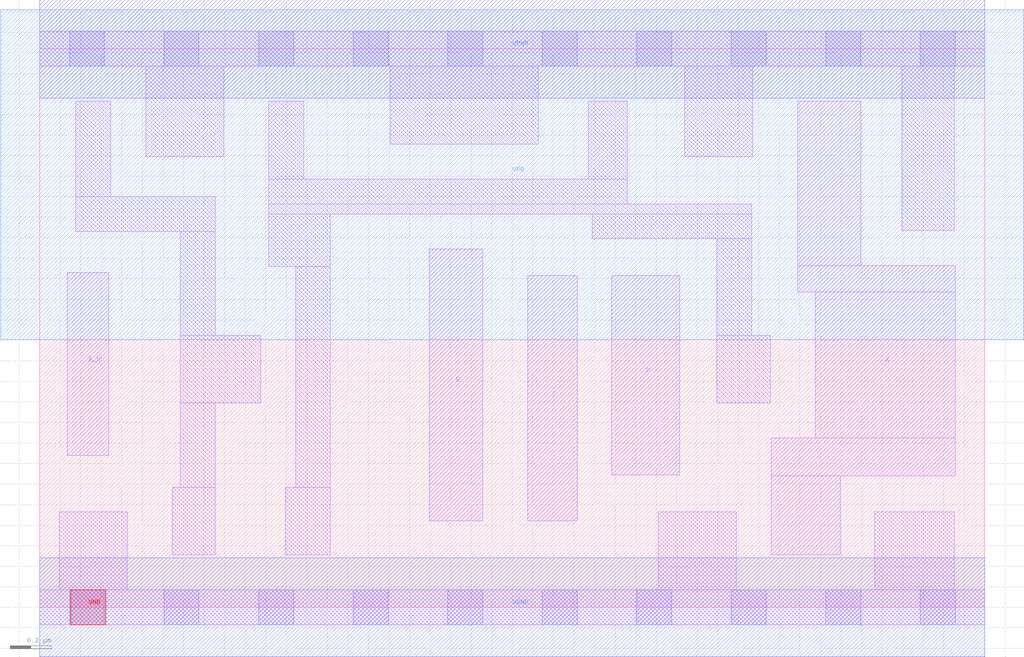
<source format=lef>
# Copyright 2020 The SkyWater PDK Authors
#
# Licensed under the Apache License, Version 2.0 (the "License");
# you may not use this file except in compliance with the License.
# You may obtain a copy of the License at
#
#     https://www.apache.org/licenses/LICENSE-2.0
#
# Unless required by applicable law or agreed to in writing, software
# distributed under the License is distributed on an "AS IS" BASIS,
# WITHOUT WARRANTIES OR CONDITIONS OF ANY KIND, either express or implied.
# See the License for the specific language governing permissions and
# limitations under the License.
#
# SPDX-License-Identifier: Apache-2.0

VERSION 5.7 ;
  NOWIREEXTENSIONATPIN ON ;
  DIVIDERCHAR "/" ;
  BUSBITCHARS "[]" ;
PROPERTYDEFINITIONS
  MACRO maskLayoutSubType STRING ;
  MACRO prCellType STRING ;
  MACRO originalViewName STRING ;
END PROPERTYDEFINITIONS
MACRO sky130_fd_sc_hdll__and4b_2
  CLASS CORE ;
  FOREIGN sky130_fd_sc_hdll__and4b_2 ;
  ORIGIN  0.000000  0.000000 ;
  SIZE  4.600000 BY  2.720000 ;
  SYMMETRY X Y R90 ;
  SITE unithd ;
  PIN A_N
    ANTENNAGATEAREA  0.138600 ;
    DIRECTION INPUT ;
    USE SIGNAL ;
    PORT
      LAYER li1 ;
        RECT 0.135000 0.740000 0.335000 1.630000 ;
    END
  END A_N
  PIN B
    ANTENNAGATEAREA  0.138600 ;
    DIRECTION INPUT ;
    USE SIGNAL ;
    PORT
      LAYER li1 ;
        RECT 1.895000 0.420000 2.155000 1.745000 ;
    END
  END B
  PIN C
    ANTENNAGATEAREA  0.138600 ;
    DIRECTION INPUT ;
    USE SIGNAL ;
    PORT
      LAYER li1 ;
        RECT 2.375000 0.420000 2.615000 1.615000 ;
    END
  END C
  PIN D
    ANTENNAGATEAREA  0.138600 ;
    DIRECTION INPUT ;
    USE SIGNAL ;
    PORT
      LAYER li1 ;
        RECT 2.785000 0.645000 3.115000 1.615000 ;
    END
  END D
  PIN VGND
    ANTENNADIFFAREA  0.539650 ;
    DIRECTION INOUT ;
    USE SIGNAL ;
    PORT
      LAYER met1 ;
        RECT 0.000000 -0.240000 4.600000 0.240000 ;
    END
  END VGND
  PIN VNB
    PORT
      LAYER pwell ;
        RECT 0.150000 -0.085000 0.320000 0.085000 ;
    END
  END VNB
  PIN VPB
    PORT
      LAYER nwell ;
        RECT -0.190000 1.305000 4.790000 2.910000 ;
    END
  END VPB
  PIN VPWR
    ANTENNADIFFAREA  0.856300 ;
    DIRECTION INOUT ;
    USE SIGNAL ;
    PORT
      LAYER met1 ;
        RECT 0.000000 2.480000 4.600000 2.960000 ;
    END
  END VPWR
  PIN X
    ANTENNADIFFAREA  0.555750 ;
    DIRECTION OUTPUT ;
    USE SIGNAL ;
    PORT
      LAYER li1 ;
        RECT 3.560000 0.255000 3.895000 0.640000 ;
        RECT 3.560000 0.640000 4.455000 0.825000 ;
        RECT 3.690000 1.535000 4.455000 1.665000 ;
        RECT 3.690000 1.665000 3.995000 2.465000 ;
        RECT 3.775000 0.825000 4.455000 1.535000 ;
    END
  END X
  OBS
    LAYER li1 ;
      RECT 0.000000 -0.085000 4.600000 0.085000 ;
      RECT 0.000000  2.635000 4.600000 2.805000 ;
      RECT 0.095000  0.085000 0.425000 0.465000 ;
      RECT 0.175000  1.830000 0.855000 2.000000 ;
      RECT 0.175000  2.000000 0.345000 2.465000 ;
      RECT 0.515000  2.195000 0.895000 2.635000 ;
      RECT 0.645000  0.255000 0.855000 0.585000 ;
      RECT 0.685000  0.585000 0.855000 0.995000 ;
      RECT 0.685000  0.995000 1.075000 1.325000 ;
      RECT 0.685000  1.325000 0.855000 1.830000 ;
      RECT 1.115000  1.660000 1.415000 1.915000 ;
      RECT 1.115000  1.915000 3.465000 1.965000 ;
      RECT 1.115000  1.965000 2.860000 2.085000 ;
      RECT 1.115000  2.085000 1.285000 2.465000 ;
      RECT 1.195000  0.255000 1.415000 0.585000 ;
      RECT 1.245000  0.585000 1.415000 1.660000 ;
      RECT 1.705000  2.255000 2.425000 2.635000 ;
      RECT 2.670000  2.085000 2.860000 2.465000 ;
      RECT 2.690000  1.795000 3.465000 1.915000 ;
      RECT 3.010000  0.085000 3.390000 0.465000 ;
      RECT 3.140000  2.195000 3.470000 2.635000 ;
      RECT 3.295000  0.995000 3.555000 1.325000 ;
      RECT 3.295000  1.325000 3.465000 1.795000 ;
      RECT 4.065000  0.085000 4.450000 0.465000 ;
      RECT 4.195000  1.835000 4.450000 2.635000 ;
    LAYER mcon ;
      RECT 0.145000 -0.085000 0.315000 0.085000 ;
      RECT 0.145000  2.635000 0.315000 2.805000 ;
      RECT 0.605000 -0.085000 0.775000 0.085000 ;
      RECT 0.605000  2.635000 0.775000 2.805000 ;
      RECT 1.065000 -0.085000 1.235000 0.085000 ;
      RECT 1.065000  2.635000 1.235000 2.805000 ;
      RECT 1.525000 -0.085000 1.695000 0.085000 ;
      RECT 1.525000  2.635000 1.695000 2.805000 ;
      RECT 1.985000 -0.085000 2.155000 0.085000 ;
      RECT 1.985000  2.635000 2.155000 2.805000 ;
      RECT 2.445000 -0.085000 2.615000 0.085000 ;
      RECT 2.445000  2.635000 2.615000 2.805000 ;
      RECT 2.905000 -0.085000 3.075000 0.085000 ;
      RECT 2.905000  2.635000 3.075000 2.805000 ;
      RECT 3.365000 -0.085000 3.535000 0.085000 ;
      RECT 3.365000  2.635000 3.535000 2.805000 ;
      RECT 3.825000 -0.085000 3.995000 0.085000 ;
      RECT 3.825000  2.635000 3.995000 2.805000 ;
      RECT 4.285000 -0.085000 4.455000 0.085000 ;
      RECT 4.285000  2.635000 4.455000 2.805000 ;
  END
  PROPERTY maskLayoutSubType "abstract" ;
  PROPERTY prCellType "standard" ;
  PROPERTY originalViewName "layout" ;
END sky130_fd_sc_hdll__and4b_2
END LIBRARY

</source>
